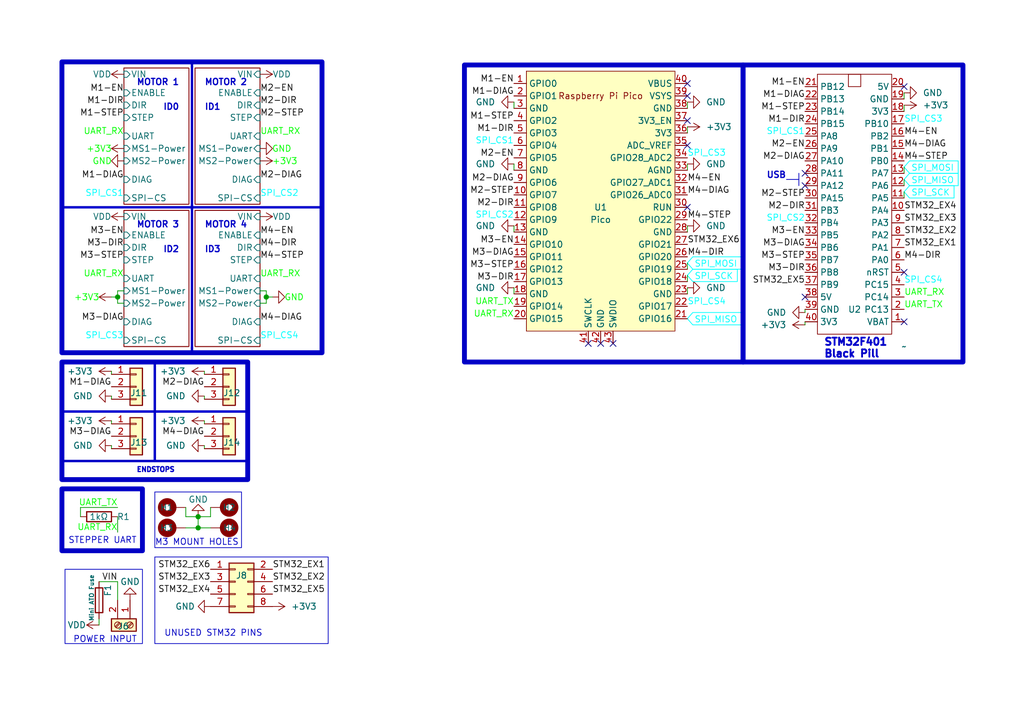
<source format=kicad_sch>
(kicad_sch (version 20250114) (generator "eeschema") (generator_version "9.0")
  (paper "A5")
  (title_block (title "Nyoomies KME V4 (Klipper Motor Expansion)") (date "2024-04-01") (rev "4.3") (company "Pera @ https://transfur.science/f191") (comment 1 "CERN OHL v2 - S") (comment 3 "https://github.com/comradef191/NyoomiesKME"))
  (lib_symbols
    (symbol "Connector:Screw_Terminal_01x02" (pin_names (offset 1.016) (hide yes))
      (property "Reference" "J" (at 0 2.54 0))
      (property "Value" "Screw_Terminal_01x02" (at 0 -5.08 0))
      (symbol "Screw_Terminal_01x02_1_1"
        (rectangle (start -1.27 1.27) (end 1.27 -3.81) (stroke (width 0.254)) (fill (type background)))
        (polyline (pts (xy -0.5334 0.3302) (xy 0.3302 -0.508)) (stroke (width 0.1524)))
        (polyline (pts (xy -0.5334 -2.2098) (xy 0.3302 -3.048)) (stroke (width 0.1524)))
        (polyline (pts (xy -0.3556 0.508) (xy 0.508 -0.3302)) (stroke (width 0.1524)))
        (polyline (pts (xy -0.3556 -2.032) (xy 0.508 -2.8702)) (stroke (width 0.1524)))
        (circle (center 0 0) (radius 0.635) (stroke (width 0.1524)))
        (circle (center 0 -2.54) (radius 0.635) (stroke (width 0.1524)))
        (pin passive line (at -5.08 0 0) (length 3.81) (name "Pin_1") (number "1"))
        (pin passive line (at -5.08 -2.54 0) (length 3.81) (name "Pin_2") (number "2"))
      )
    )
    (symbol "Connector_Generic:Conn_01x03" (pin_names (offset 1.016) (hide yes))
      (property "Reference" "J" (at 0 5.08 0))
      (property "Value" "Conn_01x03" (at 0 -5.08 0))
      (symbol "Conn_01x03_1_1"
        (rectangle (start -1.27 3.81) (end 1.27 -3.81) (stroke (width 0.254)) (fill (type background)))
        (rectangle (start -1.27 2.667) (end 0 2.413) (stroke (width 0.1524)))
        (rectangle (start -1.27 0.127) (end 0 -0.127) (stroke (width 0.1524)))
        (rectangle (start -1.27 -2.413) (end 0 -2.667) (stroke (width 0.1524)))
        (pin passive line (at -5.08 2.54 0) (length 3.81) (name "Pin_1") (number "1"))
        (pin passive line (at -5.08 0 0) (length 3.81) (name "Pin_2") (number "2"))
        (pin passive line (at -5.08 -2.54 0) (length 3.81) (name "Pin_3") (number "3"))
      )
    )
    (symbol "Connector_Generic:Conn_02x04_Odd_Even" (pin_names (offset 1.016) (hide yes))
      (property "Reference" "J" (at 1.27 5.08 0))
      (property "Value" "Conn_02x04_Odd_Even" (at 1.27 -7.62 0))
      (symbol "Conn_02x04_Odd_Even_1_1"
        (rectangle (start -1.27 3.81) (end 3.81 -6.35) (stroke (width 0.254)) (fill (type background)))
        (rectangle (start -1.27 2.667) (end 0 2.413) (stroke (width 0.1524)))
        (rectangle (start -1.27 0.127) (end 0 -0.127) (stroke (width 0.1524)))
        (rectangle (start -1.27 -2.413) (end 0 -2.667) (stroke (width 0.1524)))
        (rectangle (start -1.27 -4.953) (end 0 -5.207) (stroke (width 0.1524)))
        (rectangle (start 3.81 2.667) (end 2.54 2.413) (stroke (width 0.1524)))
        (rectangle (start 3.81 0.127) (end 2.54 -0.127) (stroke (width 0.1524)))
        (rectangle (start 3.81 -2.413) (end 2.54 -2.667) (stroke (width 0.1524)))
        (rectangle (start 3.81 -4.953) (end 2.54 -5.207) (stroke (width 0.1524)))
        (pin passive line (at -5.08 2.54 0) (length 3.81) (name "Pin_1") (number "1"))
        (pin passive line (at -5.08 0 0) (length 3.81) (name "Pin_3") (number "3"))
        (pin passive line (at -5.08 -2.54 0) (length 3.81) (name "Pin_5") (number "5"))
        (pin passive line (at -5.08 -5.08 0) (length 3.81) (name "Pin_7") (number "7"))
        (pin passive line (at 7.62 2.54 180) (length 3.81) (name "Pin_2") (number "2"))
        (pin passive line (at 7.62 0 180) (length 3.81) (name "Pin_4") (number "4"))
        (pin passive line (at 7.62 -2.54 180) (length 3.81) (name "Pin_6") (number "6"))
        (pin passive line (at 7.62 -5.08 180) (length 3.81) (name "Pin_8") (number "8"))
      )
    )
    (symbol "CustomSymbols:STM32F401_Black_Pill"
      (property "Reference" "U" (at 8.89 -20.32 0))
      (symbol "STM32F401_Black_Pill_0_1"
        (rectangle (start 2.54 -2.54) (end 17.78 -55.88))
      )
      (symbol "STM32F401_Black_Pill_1_1"
        (rectangle (start 8.89 -53.34) (end 11.43 -55.88))
        (pin input line (at 0 -5.08 0) (length 2.54) (name "VBAT") (number "1"))
        (pin input line (at 0 -7.62 0) (length 2.54) (name "PC13") (number "2"))
        (pin input line (at 0 -10.16 0) (length 2.54) (name "PC14") (number "3"))
        (pin input line (at 0 -12.7 0) (length 2.54) (name "PC15") (number "4"))
        (pin input line (at 0 -15.24 0) (length 2.54) (name "nRST") (number "5"))
        (pin input line (at 0 -17.78 0) (length 2.54) (name "PA0") (number "6"))
        (pin input line (at 0 -20.32 0) (length 2.54) (name "PA1") (number "7"))
        (pin input line (at 0 -22.86 0) (length 2.54) (name "PA2") (number "8"))
        (pin input line (at 0 -25.4 0) (length 2.54) (name "PA3") (number "9"))
        (pin input line (at 0 -27.94 0) (length 2.54) (name "PA4") (number "10"))
        (pin input line (at 0 -30.48 0) (length 2.54) (name "PA5") (number "11"))
        (pin input line (at 0 -33.02 0) (length 2.54) (name "PA6") (number "12"))
        (pin input line (at 0 -35.56 0) (length 2.54) (name "PA7") (number "13"))
        (pin input line (at 0 -38.1 0) (length 2.54) (name "PB0") (number "14"))
        (pin input line (at 0 -40.64 0) (length 2.54) (name "PB1") (number "15"))
        (pin input line (at 0 -43.18 0) (length 2.54) (name "PB2") (number "16"))
        (pin input line (at 0 -45.72 0) (length 2.54) (name "PB10") (number "17"))
        (pin input line (at 0 -48.26 0) (length 2.54) (name "3V3") (number "18"))
        (pin input line (at 0 -50.8 0) (length 2.54) (name "GND") (number "19"))
        (pin input line (at 0 -53.34 0) (length 2.54) (name "5V") (number "20"))
        (pin input line (at 20.32 -5.08 180) (length 2.54) (name "3V3") (number "40"))
        (pin input line (at 20.32 -7.62 180) (length 2.54) (name "GND") (number "39"))
        (pin input line (at 20.32 -10.16 180) (length 2.54) (name "5V") (number "38"))
        (pin input line (at 20.32 -12.7 180) (length 2.54) (name "PB9") (number "37"))
        (pin input line (at 20.32 -15.24 180) (length 2.54) (name "PB8") (number "36"))
        (pin input line (at 20.32 -17.78 180) (length 2.54) (name "PB7") (number "35"))
        (pin input line (at 20.32 -20.32 180) (length 2.54) (name "PB6") (number "34"))
        (pin input line (at 20.32 -22.86 180) (length 2.54) (name "PB5") (number "33"))
        (pin input line (at 20.32 -25.4 180) (length 2.54) (name "PB4") (number "32"))
        (pin input line (at 20.32 -27.94 180) (length 2.54) (name "PB3") (number "31"))
        (pin input line (at 20.32 -30.48 180) (length 2.54) (name "PA15") (number "30"))
        (pin input line (at 20.32 -33.02 180) (length 2.54) (name "PA12") (number "29"))
        (pin input line (at 20.32 -35.56 180) (length 2.54) (name "PA11") (number "28"))
        (pin input line (at 20.32 -38.1 180) (length 2.54) (name "PA10") (number "27"))
        (pin input line (at 20.32 -40.64 180) (length 2.54) (name "PA9") (number "26"))
        (pin input line (at 20.32 -43.18 180) (length 2.54) (name "PA8") (number "25"))
        (pin input line (at 20.32 -45.72 180) (length 2.54) (name "PB15") (number "24"))
        (pin input line (at 20.32 -48.26 180) (length 2.54) (name "PB14") (number "23"))
        (pin input line (at 20.32 -50.8 180) (length 2.54) (name "PB13") (number "22"))
        (pin input line (at 20.32 -53.34 180) (length 2.54) (name "PB12") (number "21"))
      )
    )
    (symbol "Device:Fuse" (pin_numbers (hide yes)) (pin_names (offset 0))
      (property "Reference" "F" (at 2.032 0 90))
      (property "Value" "Fuse" (at -1.905 0 90))
      (symbol "Fuse_0_1"
        (rectangle (start -0.762 -2.54) (end 0.762 2.54) (stroke (width 0.254)))
        (polyline (pts (xy 0 2.54) (xy 0 -2.54)))
      )
      (symbol "Fuse_1_1"
        (pin passive line (at 0 3.81 270) (length 1.27) (name "~") (number "1"))
        (pin passive line (at 0 -3.81 90) (length 1.27) (name "~") (number "2"))
      )
    )
    (symbol "Device:R" (pin_numbers (hide yes)) (pin_names (offset 0))
      (property "Reference" "R" (at 2.032 0 90))
      (property "Value" "R" (at 0 0 90))
      (symbol "R_0_1"
        (rectangle (start -1.016 -2.54) (end 1.016 2.54) (stroke (width 0.254)))
      )
      (symbol "R_1_1"
        (pin passive line (at 0 3.81 270) (length 1.27) (name "~") (number "1"))
        (pin passive line (at 0 -3.81 90) (length 1.27) (name "~") (number "2"))
      )
    )
    (symbol "MCU_RaspberryPi_and_Boards:Pico"
      (property "Reference" "U" (at -13.97 27.94 0))
      (property "Value" "Pico" (at 0 19.05 0))
      (symbol "Pico_0_0"
        (text "Raspberry Pi Pico" (at 0 21.59 0) (effects (font (size 1.27 1.27))))
      )
      (symbol "Pico_0_1"
        (rectangle (start -15.24 26.67) (end 15.24 -26.67) (fill (type background)))
      )
      (symbol "Pico_1_1"
        (pin bidirectional line (at -17.78 24.13 0) (length 2.54) (name "GPIO0") (number "1"))
        (pin bidirectional line (at -17.78 21.59 0) (length 2.54) (name "GPIO1") (number "2"))
        (pin power_in line (at -17.78 19.05 0) (length 2.54) (name "GND") (number "3"))
        (pin bidirectional line (at -17.78 16.51 0) (length 2.54) (name "GPIO2") (number "4"))
        (pin bidirectional line (at -17.78 13.97 0) (length 2.54) (name "GPIO3") (number "5"))
        (pin bidirectional line (at -17.78 11.43 0) (length 2.54) (name "GPIO4") (number "6"))
        (pin bidirectional line (at -17.78 8.89 0) (length 2.54) (name "GPIO5") (number "7"))
        (pin power_in line (at -17.78 6.35 0) (length 2.54) (name "GND") (number "8"))
        (pin bidirectional line (at -17.78 3.81 0) (length 2.54) (name "GPIO6") (number "9"))
        (pin bidirectional line (at -17.78 1.27 0) (length 2.54) (name "GPIO7") (number "10"))
        (pin bidirectional line (at -17.78 -1.27 0) (length 2.54) (name "GPIO8") (number "11"))
        (pin bidirectional line (at -17.78 -3.81 0) (length 2.54) (name "GPIO9") (number "12"))
        (pin power_in line (at -17.78 -6.35 0) (length 2.54) (name "GND") (number "13"))
        (pin bidirectional line (at -17.78 -8.89 0) (length 2.54) (name "GPIO10") (number "14"))
        (pin bidirectional line (at -17.78 -11.43 0) (length 2.54) (name "GPIO11") (number "15"))
        (pin bidirectional line (at -17.78 -13.97 0) (length 2.54) (name "GPIO12") (number "16"))
        (pin bidirectional line (at -17.78 -16.51 0) (length 2.54) (name "GPIO13") (number "17"))
        (pin power_in line (at -17.78 -19.05 0) (length 2.54) (name "GND") (number "18"))
        (pin bidirectional line (at -17.78 -21.59 0) (length 2.54) (name "GPIO14") (number "19"))
        (pin bidirectional line (at -17.78 -24.13 0) (length 2.54) (name "GPIO15") (number "20"))
        (pin input line (at -2.54 -29.21 90) (length 2.54) (name "SWCLK") (number "41"))
        (pin power_in line (at 0 -29.21 90) (length 2.54) (name "GND") (number "42"))
        (pin bidirectional line (at 2.54 -29.21 90) (length 2.54) (name "SWDIO") (number "43"))
        (pin power_in line (at 17.78 24.13 180) (length 2.54) (name "VBUS") (number "40"))
        (pin power_in line (at 17.78 21.59 180) (length 2.54) (name "VSYS") (number "39"))
        (pin bidirectional line (at 17.78 19.05 180) (length 2.54) (name "GND") (number "38"))
        (pin input line (at 17.78 16.51 180) (length 2.54) (name "3V3_EN") (number "37"))
        (pin power_in line (at 17.78 13.97 180) (length 2.54) (name "3V3") (number "36"))
        (pin power_in line (at 17.78 11.43 180) (length 2.54) (name "ADC_VREF") (number "35"))
        (pin bidirectional line (at 17.78 8.89 180) (length 2.54) (name "GPIO28_ADC2") (number "34"))
        (pin power_in line (at 17.78 6.35 180) (length 2.54) (name "AGND") (number "33"))
        (pin bidirectional line (at 17.78 3.81 180) (length 2.54) (name "GPIO27_ADC1") (number "32"))
        (pin bidirectional line (at 17.78 1.27 180) (length 2.54) (name "GPIO26_ADC0") (number "31"))
        (pin input line (at 17.78 -1.27 180) (length 2.54) (name "RUN") (number "30"))
        (pin bidirectional line (at 17.78 -3.81 180) (length 2.54) (name "GPIO22") (number "29"))
        (pin power_in line (at 17.78 -6.35 180) (length 2.54) (name "GND") (number "28"))
        (pin bidirectional line (at 17.78 -8.89 180) (length 2.54) (name "GPIO21") (number "27"))
        (pin bidirectional line (at 17.78 -11.43 180) (length 2.54) (name "GPIO20") (number "26"))
        (pin bidirectional line (at 17.78 -13.97 180) (length 2.54) (name "GPIO19") (number "25"))
        (pin bidirectional line (at 17.78 -16.51 180) (length 2.54) (name "GPIO18") (number "24"))
        (pin power_in line (at 17.78 -19.05 180) (length 2.54) (name "GND") (number "23"))
        (pin bidirectional line (at 17.78 -21.59 180) (length 2.54) (name "GPIO17") (number "22"))
        (pin bidirectional line (at 17.78 -24.13 180) (length 2.54) (name "GPIO16") (number "21"))
      )
    )
    (symbol "Mechanical:MountingHole_Pad" (pin_numbers (hide yes)) (pin_names (offset 1.016) (hide yes))
      (property "Reference" "H" (at 0 6.35 0))
      (property "Value" "MountingHole_Pad" (at 0 4.445 0))
      (symbol "MountingHole_Pad_0_1"
        (circle (center 0 1.27) (radius 1.27) (stroke (width 1.27)))
      )
      (symbol "MountingHole_Pad_1_1"
        (pin input line (at 0 -2.54 90) (length 2.54) (name "1") (number "1"))
      )
    )
    (symbol "power:+3V3" (power) (pin_names (offset 0))
      (property "Value" "+3V3" (at 0 3.556 0))
      (symbol "+3V3_0_1"
        (polyline (pts (xy -0.762 1.27) (xy 0 2.54)))
        (polyline (pts (xy 0 2.54) (xy 0.762 1.27)))
        (polyline (pts (xy 0 0) (xy 0 2.54)))
      )
      (symbol "+3V3_1_1"
        (pin power_in line (at 0 0 90) (length 0) (hide yes) (name "+3V3") (number "1"))
      )
    )
    (symbol "power:GND" (power) (pin_names (offset 0))
      (property "Value" "GND" (at 0 -3.81 0))
      (symbol "GND_0_1"
        (polyline (pts (xy 0 0) (xy 0 -1.27) (xy 1.27 -1.27) (xy 0 -2.54) (xy -1.27 -1.27) (xy 0 -1.27)))
      )
      (symbol "GND_1_1"
        (pin power_in line (at 0 0 270) (length 0) (hide yes) (name "GND") (number "1"))
      )
    )
    (symbol "power:VDD" (power) (pin_names (offset 0))
      (property "Value" "VDD" (at 0 3.81 0))
      (symbol "VDD_0_1"
        (polyline (pts (xy -0.762 1.27) (xy 0 2.54)))
        (polyline (pts (xy 0 2.54) (xy 0.762 1.27)))
        (polyline (pts (xy 0 0) (xy 0 2.54)))
      )
      (symbol "VDD_1_1"
        (pin power_in line (at 0 0 90) (length 0) (hide yes) (name "VDD") (number "1"))
      )
    )
  )
  (rectangle (start 152.4 13.335) (end 197.485 74.295) (stroke (width 1)))
  (rectangle (start 163.83 35.56) (end 163.83 38.1))
  (rectangle (start 161.29 36.83) (end 163.83 36.83))
  (rectangle (start 31.75 100.965) (end 49.53 112.395))
  (rectangle (start 12.7 100.33) (end 29.21 113.03) (stroke (width 1)))
  (rectangle (start 95.25 13.335) (end 152.4 74.295) (stroke (width 1)))
  (rectangle (start 13.335 116.84) (end 29.21 132.08))
  (rectangle (start 12.7 12.7) (end 66.04 72.39) (stroke (width 1)))
  (rectangle (start 12.7 74.295) (end 50.8 98.425) (stroke (width 1)))
  (rectangle (start 31.75 114.3) (end 67.31 132.08))
  (text "ID3" (at 41.91 52.07 0) (effects (font (size 1.27 1.27) (thickness 0.254) (bold yes)) (justify left bottom)))
  (text "STM32F401\nBlack Pill" (at 168.91 73.66 0) (effects (font (size 1.5 1.5) (thickness 0.4) (bold yes)) (justify left bottom)))
  (text "MOTOR 2" (at 41.91 17.78 0) (effects (font (size 1.27 1.27) (thickness 0.254) (bold yes)) (justify left bottom)))
  (text "ID2" (at 36.83 52.07 0) (effects (font (size 1.27 1.27) (thickness 0.254) (bold yes)) (justify right bottom)))
  (text "STEPPER UART" (at 13.97 111.76 0) (effects (font (size 1.27 1.27)) (justify left bottom)))
  (text "M3 MOUNT HOLES" (at 31.75 112.141 0) (effects (font (size 1.27 1.27)) (justify left bottom)))
  (text "USB" (at 161.29 36.83 0) (effects (font (size 1.27 1.27) (thickness 0.254) (bold yes)) (justify right bottom)))
  (text "MOTOR 4" (at 41.91 46.99 0) (effects (font (size 1.27 1.27) (thickness 0.254) (bold yes)) (justify left bottom)))
  (text "ENDSTOPS" (at 27.94 97.155 0) (effects (font (size 1 1) (thickness 0.4) (bold yes)) (justify left bottom)))
  (text "ID0" (at 36.83 22.86 0) (effects (font (size 1.27 1.27) (thickness 0.254) (bold yes)) (justify right bottom)))
  (text "ID1" (at 41.91 22.86 0) (effects (font (size 1.27 1.27) (thickness 0.254) (bold yes)) (justify left bottom)))
  (text "MOTOR 1" (at 36.83 17.78 0) (effects (font (size 1.27 1.27) (thickness 0.254) (bold yes)) (justify right bottom)))
  (text "UNUSED STM32 PINS" (at 33.655 130.81 0) (effects (font (size 1.27 1.27)) (justify left bottom)))
  (text "MOTOR 3" (at 36.83 46.99 0) (effects (font (size 1.27 1.27) (thickness 0.254) (bold yes)) (justify right bottom)))
  (text "POWER INPUT" (at 14.986 132.08 0) (effects (font (size 1.27 1.27)) (justify left bottom)))
  (junction (at 54.61 60.96))
  (junction (at 40.64 108.331))
  (junction (at 40.64 106.045))
  (junction (at 24.13 60.96))
  (no_connect (at 120.65 70.485))
  (no_connect (at 185.42 55.88))
  (no_connect (at 140.97 24.765))
  (no_connect (at 140.97 29.845))
  (no_connect (at 123.19 70.485))
  (no_connect (at 165.1 38.1))
  (no_connect (at 185.42 66.04))
  (no_connect (at 165.1 60.96))
  (no_connect (at 165.1 35.56))
  (no_connect (at 185.42 17.78))
  (no_connect (at 140.97 17.145))
  (no_connect (at 125.73 70.485))
  (no_connect (at 140.97 19.685))
  (no_connect (at 140.97 42.545))
  (wire (pts (xy 24.13 59.69) (xy 24.13 60.96)))
  (wire (pts (xy 43.18 106.045) (xy 40.64 106.045)))
  (wire (pts (xy 140.97 26.035) (xy 140.97 27.305)))
  (wire (pts (xy 185.42 21.59) (xy 185.42 22.86)))
  (wire (pts (xy 54.61 62.23) (xy 53.34 62.23)))
  (wire (pts (xy 185.42 36.83) (xy 185.42 38.1)))
  (wire (pts (xy 55.88 60.96) (xy 54.61 60.96)))
  (wire (pts (xy 105.41 33.655) (xy 105.41 34.925)))
  (wire (pts (xy 165.1 66.675) (xy 165.1 66.04)))
  (wire (pts (xy 16.51 104.14) (xy 24.13 104.14)))
  (wire (pts (xy 22.86 81.28) (xy 22.86 81.915)))
  (wire (pts (xy 20.32 119.38) (xy 24.13 119.38)))
  (wire (pts (xy 38.1 104.14) (xy 38.1 106.045)))
  (wire (pts (xy 16.51 104.14) (xy 16.51 106.045)))
  (wire (pts (xy 54.61 60.96) (xy 54.61 59.69)))
  (polyline (pts (xy 39.37 12.7) (xy 39.37 72.39)) (stroke (width 0.5)))
  (wire (pts (xy 165.1 64.135) (xy 165.1 63.5)))
  (polyline (pts (xy 12.7 94.615) (xy 50.8 94.615)) (stroke (width 0.5)))
  (wire (pts (xy 54.61 62.23) (xy 54.61 60.96)))
  (polyline (pts (xy 49.53 84.455) (xy 50.8 84.455)))
  (wire (pts (xy 38.1 106.045) (xy 40.64 106.045)))
  (wire (pts (xy 140.97 53.975) (xy 140.97 55.245)))
  (wire (pts (xy 22.86 60.96) (xy 24.13 60.96)))
  (wire (pts (xy 105.41 20.955) (xy 105.41 22.225)))
  (wire (pts (xy 105.41 46.355) (xy 105.41 47.625)))
  (wire (pts (xy 40.64 106.045) (xy 40.64 108.331)))
  (wire (pts (xy 54.61 59.69) (xy 53.34 59.69)))
  (wire (pts (xy 24.13 59.69) (xy 25.4 59.69)))
  (wire (pts (xy 140.97 20.955) (xy 140.97 22.225)))
  (wire (pts (xy 24.13 119.38) (xy 24.13 123.19)))
  (polyline (pts (xy 12.7 42.545) (xy 66.04 42.545)) (stroke (width 0.5)))
  (polyline (pts (xy 12.7 84.455) (xy 50.8 84.455)) (stroke (width 0.5)))
  (wire (pts (xy 105.41 59.055) (xy 105.41 60.325)))
  (wire (pts (xy 40.64 108.331) (xy 43.18 108.331)))
  (wire (pts (xy 20.32 127) (xy 20.32 128.27)))
  (wire (pts (xy 38.1 108.331) (xy 40.64 108.331)))
  (wire (pts (xy 22.86 91.44) (xy 22.86 92.075)))
  (wire (pts (xy 24.13 62.23) (xy 25.4 62.23)))
  (wire (pts (xy 41.91 86.36) (xy 41.91 86.995)))
  (wire (pts (xy 41.91 91.44) (xy 41.91 92.075)))
  (wire (pts (xy 140.97 59.055) (xy 140.97 60.325)))
  (wire (pts (xy 140.97 46.355) (xy 140.97 47.625)))
  (wire (pts (xy 24.13 106.045) (xy 24.13 109.22)))
  (wire (pts (xy 185.42 34.29) (xy 185.42 35.56)))
  (wire (pts (xy 41.91 76.2) (xy 41.91 76.835)))
  (wire (pts (xy 41.91 81.28) (xy 41.91 81.915)))
  (wire (pts (xy 22.86 76.2) (xy 22.86 76.835)))
  (wire (pts (xy 185.42 39.37) (xy 185.42 40.64)))
  (polyline (pts (xy 31.75 74.295) (xy 31.75 94.615)) (stroke (width 0.5)))
  (wire (pts (xy 185.42 19.05) (xy 185.42 20.32)))
  (wire (pts (xy 22.86 86.36) (xy 22.86 86.995)))
  (wire (pts (xy 43.18 104.14) (xy 43.18 106.045)))
  (wire (pts (xy 140.97 56.515) (xy 140.97 57.785)))
  (wire (pts (xy 140.97 33.655) (xy 140.97 34.925)))
  (wire (pts (xy 24.13 60.96) (xy 24.13 62.23)))
  (label "M4-DIAG" (at 185.42 30.48 0))
  (label "M3-DIAG" (at 25.4 66.04 180))
  (label "SPI_CS2" (at 165.1 45.72 180))
  (label "M3-DIR" (at 25.4 50.8 180))
  (label "M4-EN" (at 140.97 37.465 0))
  (label "SPI_CS2" (at 53.34 40.64 0))
  (label "M1-DIR" (at 165.1 25.4 180))
  (label "M4-DIR" (at 140.97 52.705 0))
  (label "UART_RX" (at 53.34 57.15 0))
  (label "SPI_CS4" (at 185.42 58.42 0))
  (label "STM32_EX6" (at 43.18 116.84 180))
  (label "M4-DIR" (at 53.34 50.8 0))
  (label "M3-DIAG" (at 165.1 50.8 180))
  (label "STM32_EX5" (at 165.1 58.42 180))
  (label "STM32_EX4" (at 185.42 43.18 0))
  (label "M3-STEP" (at 165.1 53.34 180))
  (label "M4-DIR" (at 185.42 53.34 0))
  (label "M4-STEP" (at 140.97 45.085 0))
  (label "SPI_CS1" (at 25.4 40.64 180))
  (label "M1-EN" (at 105.41 17.145 180))
  (label "STM32_EX5" (at 55.88 121.92 0))
  (label "M2-DIR" (at 105.41 42.545 180))
  (label "STM32_EX6" (at 140.97 50.165 0))
  (label "M2-DIR" (at 165.1 43.18 180))
  (label "STM32_EX3" (at 43.18 119.38 180))
  (label "M2-DIAG" (at 165.1 33.02 180))
  (label "M4-EN" (at 185.42 27.94 0))
  (label "SPI_CS4" (at 140.97 62.865 0))
  (label "M2-STEP" (at 105.41 40.005 180))
  (label "M1-DIR" (at 25.4 21.59 180))
  (label "UART_RX" (at 24.13 109.22 180))
  (label "M2-DIR" (at 53.34 21.59 0))
  (label "M3-STEP" (at 105.41 55.245 180))
  (label "M4-EN" (at 53.34 48.26 0))
  (label "M1-DIR" (at 105.41 27.305 180))
  (label "M3-EN" (at 165.1 48.26 180))
  (label "M4-STEP" (at 185.42 33.02 0))
  (label "M1-EN" (at 25.4 19.05 180))
  (label "VIN" (at 24.13 119.38 180))
  (label "M3-EN" (at 25.4 48.26 180))
  (label "SPI_CS4" (at 53.34 69.85 0))
  (label "STM32_EX2" (at 185.42 48.26 0))
  (label "M4-STEP" (at 53.34 53.34 0))
  (label "M1-STEP" (at 165.1 22.86 180))
  (label "M2-EN" (at 105.41 32.385 180))
  (label "M2-DIAG" (at 41.91 79.375 180))
  (label "UART_TX" (at 105.41 62.865 180))
  (label "M4-DIAG" (at 140.97 40.005 0))
  (label "SPI_CS3" (at 185.42 25.4 0))
  (label "M3-DIAG" (at 105.41 52.705 180))
  (label "M3-DIR" (at 105.41 57.785 180))
  (label "M2-EN" (at 165.1 30.48 180))
  (label "M3-DIAG" (at 22.86 89.535 180))
  (label "M2-DIAG" (at 105.41 37.465 180))
  (label "UART_RX" (at 25.4 27.94 180))
  (label "M4-DIAG" (at 53.34 66.04 0))
  (label "UART_RX" (at 53.34 27.94 0))
  (label "M2-DIAG" (at 53.34 36.83 0))
  (label "STM32_EX1" (at 55.88 116.84 0))
  (label "SPI_CS3" (at 25.4 69.85 180))
  (label "STM32_EX2" (at 55.88 119.38 0))
  (label "SPI_CS3" (at 140.97 32.385 0))
  (label "M3-EN" (at 105.41 50.165 180))
  (label "SPI_CS1" (at 105.41 29.845 180))
  (label "SPI_CS1" (at 165.1 27.94 180))
  (label "M2-STEP" (at 165.1 40.64 180))
  (label "M4-DIAG" (at 41.91 89.535 180))
  (label "M1-DIAG" (at 165.1 20.32 180))
  (label "M1-STEP" (at 25.4 24.13 180))
  (label "M1-DIAG" (at 25.4 36.83 180))
  (label "STM32_EX1" (at 185.42 50.8 0))
  (label "M2-STEP" (at 53.34 24.13 0))
  (label "M2-EN" (at 53.34 19.05 0))
  (label "M1-DIAG" (at 22.86 79.375 180))
  (label "UART_RX" (at 25.4 57.15 180))
  (label "M1-STEP" (at 105.41 24.765 180))
  (label "UART_TX" (at 185.42 63.5 0))
  (label "SPI_CS2" (at 105.41 45.085 180))
  (label "M1-EN" (at 165.1 17.78 180))
  (label "UART_RX" (at 185.42 60.96 0))
  (label "M3-DIR" (at 165.1 55.88 180))
  (label "M1-DIAG" (at 105.41 19.685 180))
  (label "STM32_EX4" (at 43.18 121.92 180))
  (label "UART_TX" (at 24.13 104.14 180))
  (label "STM32_EX3" (at 185.42 45.72 0))
  (label "M3-STEP" (at 25.4 53.34 180))
  (label "UART_RX" (at 105.41 65.405 180))
  (global_label "SPI_SCK" (shape input) (at 185.42 39.37 0) (property "Intersheetrefs" "${INTERSHEET_REFS}" (effects (hide yes))))
  (global_label "SPI_MOSI" (shape input) (at 140.97 53.975 0) (property "Intersheetrefs" "${INTERSHEET_REFS}" (effects (hide yes))))
  (global_label "SPI_MISO" (shape input) (at 185.42 36.83 0) (property "Intersheetrefs" "${INTERSHEET_REFS}" (effects (hide yes))))
  (global_label "SPI_MOSI" (shape input) (at 185.42 34.29 0) (property "Intersheetrefs" "${INTERSHEET_REFS}" (effects (hide yes))))
  (global_label "SPI_MISO" (shape input) (at 140.97 65.405 0) (property "Intersheetrefs" "${INTERSHEET_REFS}" (effects (hide yes))))
  (global_label "SPI_SCK" (shape input) (at 140.97 56.515 0) (property "Intersheetrefs" "${INTERSHEET_REFS}" (effects (hide yes))))
  (symbol (lib_id "power:GND") (at 53.34 30.48 90) (mirror x) (unit 1)
    (property "Reference" "#PWR019" (effects (hide yes)))
    (property "Value" "GND" (at 57.785 30.48 90))
  )
  (symbol (lib_id "Connector_Generic:Conn_01x03") (at 46.99 89.535 0) (unit 1)
    (property "Reference" "J14" (at 45.72 90.805 0) (effects (justify left)))
    (property "Value" "Conn_01x03" (effects (hide yes)))
    (property "Footprint" "CustomFootprints:JST-XH 03" (effects (hide yes)))
  )
  (symbol (lib_id "Device:Fuse") (at 20.32 123.19 180) (unit 1)
    (property "Reference" "F1" (at 22.098 121.158 90))
    (property "Value" "Mini ATO Fuse" (at 18.796 122.682 90) (effects (font (size 0.889 0.889))))
    (property "Footprint" "CustomFootprints:Updated ATO Mini-Blade_2Post" (effects (hide yes)))
    (property "Description" "Fuse" (effects (hide yes)))
  )
  (symbol (lib_id "power:+3V3") (at 185.42 21.59 270) (unit 1)
    (property "Reference" "#PWR035" (effects (hide yes)))
    (property "Value" "+3V3" (at 189.23 21.59 90) (effects (justify left)))
  )
  (symbol (lib_id "power:GND") (at 140.97 46.355 90) (unit 1)
    (property "Reference" "#PWR02" (effects (hide yes)))
    (property "Value" "GND" (at 144.78 46.355 90) (effects (justify right)))
  )
  (symbol (lib_id "power:GND") (at 140.97 59.055 90) (unit 1)
    (property "Reference" "#PWR08" (effects (hide yes)))
    (property "Value" "GND" (at 144.78 59.055 90) (effects (justify right)))
  )
  (symbol (lib_id "Connector_Generic:Conn_01x03") (at 27.94 79.375 0) (unit 1)
    (property "Reference" "J11" (at 26.67 80.645 0) (effects (justify left)))
    (property "Value" "Conn_01x03" (effects (hide yes)))
    (property "Footprint" "CustomFootprints:JST-XH 03 - Endstop" (effects (hide yes)))
  )
  (symbol (lib_id "Connector_Generic:Conn_01x03") (at 27.94 89.535 0) (unit 1)
    (property "Reference" "J13" (at 26.67 90.805 0) (effects (justify left)))
    (property "Value" "Conn_01x03" (effects (hide yes)))
    (property "Footprint" "CustomFootprints:JST-XH 03" (effects (hide yes)))
  )
  (symbol (lib_id "power:+3V3") (at 53.34 33.02 270) (unit 1)
    (property "Reference" "#PWR020" (effects (hide yes)))
    (property "Value" "+3V3" (at 58.42 33.02 90))
  )
  (symbol (lib_id "CustomSymbols:STM32F401_Black_Pill") (at 185.42 71.12 180) (unit 1)
    (property "Reference" "U2" (at 175.26 63.5 0))
    (property "Value" "~" (at 185.42 71.12 0))
    (property "Footprint" "CustomFootprints:Socketed MCU - STM32 BlackPill (No Text" (effects (hide yes)))
  )
  (symbol (lib_id "power:GND") (at 26.67 123.19 180) (unit 1)
    (property "Reference" "#PWR049" (effects (hide yes)))
    (property "Value" "GND" (at 26.67 119.38 0))
  )
  (symbol (lib_id "power:GND") (at 43.18 124.46 270) (unit 1)
    (property "Reference" "#PWR012" (effects (hide yes)))
    (property "Value" "GND" (at 40.005 124.46 90) (effects (justify right)))
  )
  (symbol (lib_id "power:+3V3") (at 22.86 76.2 90) (mirror x) (unit 1)
    (property "Reference" "#PWR017" (effects (hide yes)))
    (property "Value" "+3V3" (at 19.05 76.2 90) (effects (justify left)))
  )
  (symbol (lib_id "power:GND") (at 105.41 33.655 270) (unit 1)
    (property "Reference" "#PWR027" (effects (hide yes)))
    (property "Value" "GND" (at 101.6 33.6549 90) (effects (justify right)))
  )
  (symbol (lib_id "power:+3V3") (at 25.4 30.48 90) (unit 1)
    (property "Reference" "#PWR021" (effects (hide yes)))
    (property "Value" "+3V3" (at 20.32 30.48 90))
  )
  (symbol (lib_id "power:GND") (at 140.97 20.955 90) (unit 1)
    (property "Reference" "#PWR01" (effects (hide yes)))
    (property "Value" "GND" (at 144.78 20.955 90) (effects (justify right)))
  )
  (symbol (lib_id "power:GND") (at 25.4 33.02 270) (mirror x) (unit 1)
    (property "Reference" "#PWR016" (effects (hide yes)))
    (property "Value" "GND" (at 20.955 33.02 90))
  )
  (symbol (lib_id "Mechanical:MountingHole_Pad") (at 35.56 104.14 90) (mirror x) (unit 1)
    (property "Reference" "H1" (at 35.56 104.14 90) (effects (justify left)))
    (property "Value" "MountingHole" (effects (hide yes)))
    (property "Footprint" "MountingHole:MountingHole_3.2mm_M3_Pad" (effects (hide yes)))
  )
  (symbol (lib_id "Mechanical:MountingHole_Pad") (at 45.72 108.331 270) (unit 1)
    (property "Reference" "H4" (at 45.72 108.331 90) (effects (justify left)))
    (property "Value" "MountingHole" (effects (hide yes)))
    (property "Footprint" "MountingHole:MountingHole_3.2mm_M3_Pad" (effects (hide yes)))
  )
  (symbol (lib_id "power:+3V3") (at 140.97 26.035 270) (unit 1)
    (property "Reference" "#PWR029" (effects (hide yes)))
    (property "Value" "+3V3" (at 144.78 26.035 90) (effects (justify left)))
  )
  (symbol (lib_id "power:GND") (at 22.86 91.44 270) (mirror x) (unit 1)
    (property "Reference" "#PWR044" (effects (hide yes)))
    (property "Value" "GND" (at 19.05 91.44 90) (effects (justify right)))
  )
  (symbol (lib_id "power:+3V3") (at 41.91 86.36 90) (mirror x) (unit 1)
    (property "Reference" "#PWR045" (effects (hide yes)))
    (property "Value" "+3V3" (at 38.1 86.36 90) (effects (justify left)))
  )
  (symbol (lib_id "Mechanical:MountingHole_Pad") (at 45.72 104.14 270) (mirror x) (unit 1)
    (property "Reference" "H2" (at 46.99 104.14 90))
    (property "Value" "MountingHole" (effects (hide yes)))
    (property "Footprint" "MountingHole:MountingHole_3.2mm_M3_Pad" (effects (hide yes)))
  )
  (symbol (lib_id "Connector_Generic:Conn_01x03") (at 46.99 79.375 0) (unit 1)
    (property "Reference" "J12" (at 45.72 80.645 0) (effects (justify left)))
    (property "Value" "Conn_01x03" (effects (hide yes)))
    (property "Footprint" "CustomFootprints:JST-XH 03" (effects (hide yes)))
  )
  (symbol (lib_id "MCU_RaspberryPi_and_Boards:Pico") (at 123.19 41.275 0) (unit 1)
    (property "Reference" "U1" (at 123.19 42.545 0))
    (property "Value" "Pico" (at 123.19 45.085 0))
    (property "Footprint" "CustomFootprints:Socketed MCU - Pico (No Text)" (effects (hide yes)))
  )
  (symbol (lib_id "power:VDD") (at 53.34 15.24 270) (mirror x) (unit 1)
    (property "Reference" "#PWR03" (effects (hide yes)))
    (property "Value" "VDD" (at 57.785 15.24 90))
  )
  (symbol (lib_id "power:+3V3") (at 165.1 66.675 90) (mirror x) (unit 1)
    (property "Reference" "#PWR039" (effects (hide yes)))
    (property "Value" "+3V3" (at 161.29 66.675 90) (effects (justify left)))
  )
  (symbol (lib_id "power:VDD") (at 25.4 15.24 90) (unit 1)
    (property "Reference" "#PWR047" (effects (hide yes)))
    (property "Value" "VDD" (at 20.955 15.24 90))
  )
  (symbol (lib_id "power:GND") (at 40.64 106.045 180) (unit 1)
    (property "Reference" "#PWR034" (effects (hide yes)))
    (property "Value" "GND" (at 38.608 102.489 0) (effects (justify right)))
  )
  (symbol (lib_id "Mechanical:MountingHole_Pad") (at 35.56 108.331 90) (unit 1)
    (property "Reference" "H3" (at 35.56 108.331 90) (effects (justify left)))
    (property "Value" "MountingHole" (effects (hide yes)))
    (property "Footprint" "MountingHole:MountingHole_3.2mm_M3_Pad" (effects (hide yes)))
  )
  (symbol (lib_id "power:GND") (at 185.42 19.05 90) (unit 1)
    (property "Reference" "#PWR037" (effects (hide yes)))
    (property "Value" "GND" (at 189.23 19.05 90) (effects (justify right)))
  )
  (symbol (lib_id "Connector:Screw_Terminal_01x02") (at 26.67 128.27 270) (unit 1)
    (property "Reference" "J6" (at 24.13 128.524 90) (effects (justify left)))
    (property "Value" "Screw_Terminal_01x02" (effects (hide yes)))
    (property "Footprint" "CustomFootprints:1x2 Terminal Block" (effects (hide yes)))
  )
  (symbol (lib_id "power:GND") (at 140.97 33.655 90) (unit 1)
    (property "Reference" "#PWR031" (effects (hide yes)))
    (property "Value" "GND" (at 144.78 33.655 90) (effects (justify right)))
  )
  (symbol (lib_id "power:VDD") (at 53.34 44.45 270) (mirror x) (unit 1)
    (property "Reference" "#PWR05" (effects (hide yes)))
    (property "Value" "VDD" (at 57.785 44.45 90))
  )
  (symbol (lib_id "power:GND") (at 105.41 20.955 270) (unit 1)
    (property "Reference" "#PWR028" (effects (hide yes)))
    (property "Value" "GND" (at 101.6 20.9549 90) (effects (justify right)))
  )
  (symbol (lib_id "Device:R") (at 20.32 106.045 90) (unit 1)
    (property "Reference" "R1" (at 26.67 106.045 90) (effects (justify left)))
    (property "Value" "1kΩ" (at 22.225 106.045 90) (effects (justify left)))
    (property "Footprint" "Resistor_THT:R_Axial_DIN0207_L6.3mm_D2.5mm_P10.16mm_Horizontal" (effects (hide yes)))
  )
  (symbol (lib_id "power:GND") (at 41.91 91.44 270) (mirror x) (unit 1)
    (property "Reference" "#PWR046" (effects (hide yes)))
    (property "Value" "GND" (at 38.1 91.44 90) (effects (justify right)))
  )
  (symbol (lib_id "power:+3V3") (at 22.86 60.96 90) (unit 1)
    (property "Reference" "#PWR015" (effects (hide yes)))
    (property "Value" "+3V3" (at 17.78 60.96 90))
  )
  (symbol (lib_id "power:VDD") (at 25.4 44.45 90) (unit 1)
    (property "Reference" "#PWR052" (effects (hide yes)))
    (property "Value" "VDD" (at 20.955 44.45 90))
  )
  (symbol (lib_id "power:+3V3") (at 41.91 76.2 90) (mirror x) (unit 1)
    (property "Reference" "#PWR041" (effects (hide yes)))
    (property "Value" "+3V3" (at 38.1 76.2 90) (effects (justify left)))
  )
  (symbol (lib_id "power:GND") (at 105.41 46.355 270) (unit 1)
    (property "Reference" "#PWR025" (effects (hide yes)))
    (property "Value" "GND" (at 101.6 46.3549 90) (effects (justify right)))
  )
  (symbol (lib_id "power:GND") (at 55.88 60.96 90) (mirror x) (unit 1)
    (property "Reference" "#PWR022" (effects (hide yes)))
    (property "Value" "GND" (at 60.325 60.96 90))
  )
  (symbol (lib_id "power:GND") (at 41.91 81.28 270) (mirror x) (unit 1)
    (property "Reference" "#PWR042" (effects (hide yes)))
    (property "Value" "GND" (at 38.1 81.28 90) (effects (justify right)))
  )
  (symbol (lib_id "power:VDD") (at 20.32 128.27 90) (unit 1)
    (property "Reference" "#PWR026" (effects (hide yes)))
    (property "Value" "VDD" (at 15.748 128.27 90))
  )
  (symbol (lib_id "Connector_Generic:Conn_02x04_Odd_Even") (at 48.26 119.38 0) (unit 1)
    (property "Reference" "J8" (at 49.53 118.11 0))
    (property "Value" "Conn_02x04_Counter_Clockwise" (effects (hide yes)))
    (property "Footprint" "Connector_PinHeader_2.54mm:PinHeader_2x04_P2.54mm_Vertical" (effects (hide yes)))
  )
  (symbol (lib_id "power:GND") (at 22.86 81.28 270) (mirror x) (unit 1)
    (property "Reference" "#PWR038" (effects (hide yes)))
    (property "Value" "GND" (at 19.05 81.28 90) (effects (justify right)))
  )
  (symbol (lib_id "power:+3V3") (at 55.88 124.46 270) (unit 1)
    (property "Reference" "#PWR04" (effects (hide yes)))
    (property "Value" "+3V3" (at 59.69 124.46 90) (effects (justify left)))
  )
  (symbol (lib_id "power:+3V3") (at 22.86 86.36 90) (mirror x) (unit 1)
    (property "Reference" "#PWR043" (effects (hide yes)))
    (property "Value" "+3V3" (at 19.05 86.36 90) (effects (justify left)))
  )
  (symbol (lib_id "power:GND") (at 165.1 64.135 270) (mirror x) (unit 1)
    (property "Reference" "#PWR040" (effects (hide yes)))
    (property "Value" "GND" (at 161.29 64.135 90) (effects (justify right)))
  )
  (symbol (lib_id "power:GND") (at 105.41 59.055 270) (unit 1)
    (property "Reference" "#PWR013" (effects (hide yes)))
    (property "Value" "GND" (at 101.6 59.0549 90) (effects (justify right)))
  )
  (sheet (at 25.4 13.97) (size 13.335 27.94) (stroke (width 0.1524))
    (property "Sheetname" "DriverSlot1" (effects (hide yes)))
    (property "Sheetfile" "DriverSlot.kicad_sch" (effects (hide yes)))
    (pin "VIN" input (at 25.4 15.24 180))
    (pin "MS1-Power" input (at 25.4 30.48 180))
    (pin "UART" input (at 25.4 27.94 180))
    (pin "SPI-CS" input (at 25.4 40.64 180))
    (pin "ENABLE" input (at 25.4 19.05 180))
    (pin "DIAG" input (at 25.4 36.83 180))
    (pin "MS2-Power" input (at 25.4 33.02 180))
    (pin "DIR" input (at 25.4 21.59 180))
    (pin "STEP" input (at 25.4 24.13 180))
  )
  (sheet (at 40.005 43.18) (size 13.335 27.94) (stroke (width 0.1524))
    (property "Sheetname" "DriverSlot4" (effects (hide yes)))
    (property "Sheetfile" "DriverSlot.kicad_sch" (effects (hide yes)))
    (pin "VIN" input (at 53.34 44.45 0))
    (pin "MS1-Power" input (at 53.34 59.69 0))
    (pin "UART" input (at 53.34 57.15 0))
    (pin "SPI-CS" input (at 53.34 69.85 0))
    (pin "ENABLE" input (at 53.34 48.26 0))
    (pin "DIAG" input (at 53.34 66.04 0))
    (pin "MS2-Power" input (at 53.34 62.23 0))
    (pin "DIR" input (at 53.34 50.8 0))
    (pin "STEP" input (at 53.34 53.34 0))
  )
  (sheet (at 40.005 13.97) (size 13.335 27.94) (stroke (width 0.1524))
    (property "Sheetname" "DriverSlot2" (effects (hide yes)))
    (property "Sheetfile" "DriverSlot.kicad_sch" (effects (hide yes)))
    (pin "VIN" input (at 53.34 15.24 0))
    (pin "MS1-Power" input (at 53.34 30.48 0))
    (pin "UART" input (at 53.34 27.94 0))
    (pin "SPI-CS" input (at 53.34 40.64 0))
    (pin "ENABLE" input (at 53.34 19.05 0))
    (pin "DIAG" input (at 53.34 36.83 0))
    (pin "MS2-Power" input (at 53.34 33.02 0))
    (pin "DIR" input (at 53.34 21.59 0))
    (pin "STEP" input (at 53.34 24.13 0))
  )
  (sheet (at 25.4 43.18) (size 13.335 27.94) (stroke (width 0.1524))
    (property "Sheetname" "DriverSlot3" (effects (hide yes)))
    (property "Sheetfile" "DriverSlot.kicad_sch" (effects (hide yes)))
    (pin "VIN" input (at 25.4 44.45 180))
    (pin "MS1-Power" input (at 25.4 59.69 180))
    (pin "UART" input (at 25.4 57.15 180))
    (pin "SPI-CS" input (at 25.4 69.85 180))
    (pin "ENABLE" input (at 25.4 48.26 180))
    (pin "DIAG" input (at 25.4 66.04 180))
    (pin "MS2-Power" input (at 25.4 62.23 180))
    (pin "DIR" input (at 25.4 50.8 180))
    (pin "STEP" input (at 25.4 53.34 180))
  )
)
</source>
